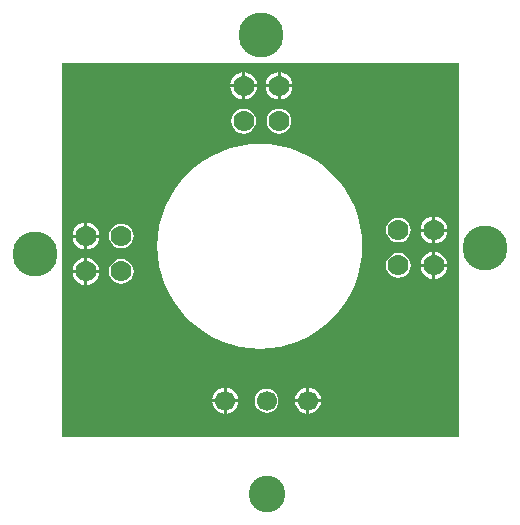
<source format=gbl>
G04*
G04 #@! TF.GenerationSoftware,Altium Limited,Altium Designer,18.1.6 (161)*
G04*
G04 Layer_Physical_Order=2*
G04 Layer_Color=16711680*
%FSLAX44Y44*%
%MOMM*%
G71*
G01*
G75*
%ADD19C,1.7780*%
%ADD20C,3.8100*%
%ADD21C,3.1000*%
%ADD22C,1.7000*%
G36*
X666750Y356870D02*
X330200D01*
Y673100D01*
X666750D01*
Y356870D01*
D02*
G37*
%LPC*%
G36*
X515366Y665371D02*
Y655320D01*
X525417D01*
X525193Y657023D01*
X524045Y659794D01*
X522219Y662173D01*
X519840Y663999D01*
X517069Y665147D01*
X515366Y665371D01*
D02*
G37*
G36*
X485394D02*
Y655320D01*
X495445D01*
X495221Y657023D01*
X494073Y659794D01*
X492247Y662173D01*
X489868Y663999D01*
X487097Y665147D01*
X485394Y665371D01*
D02*
G37*
G36*
X512826D02*
X511123Y665147D01*
X508352Y663999D01*
X505973Y662173D01*
X504147Y659794D01*
X502999Y657023D01*
X502775Y655320D01*
X512826D01*
Y665371D01*
D02*
G37*
G36*
X482854D02*
X481151Y665147D01*
X478380Y663999D01*
X476001Y662173D01*
X474175Y659794D01*
X473027Y657023D01*
X472803Y655320D01*
X482854D01*
Y665371D01*
D02*
G37*
G36*
X525417Y652780D02*
X515366D01*
Y642729D01*
X517069Y642953D01*
X519840Y644101D01*
X522219Y645927D01*
X524045Y648306D01*
X525193Y651077D01*
X525417Y652780D01*
D02*
G37*
G36*
X495445D02*
X485394D01*
Y642729D01*
X487097Y642953D01*
X489868Y644101D01*
X492247Y645927D01*
X494073Y648306D01*
X495221Y651077D01*
X495445Y652780D01*
D02*
G37*
G36*
X512826D02*
X502775D01*
X502999Y651077D01*
X504147Y648306D01*
X505973Y645927D01*
X508352Y644101D01*
X511123Y642953D01*
X512826Y642729D01*
Y652780D01*
D02*
G37*
G36*
X482854D02*
X472803D01*
X473027Y651077D01*
X474175Y648306D01*
X476001Y645927D01*
X478380Y644101D01*
X481151Y642953D01*
X482854Y642729D01*
Y652780D01*
D02*
G37*
G36*
X514096Y634582D02*
X511377Y634224D01*
X508844Y633175D01*
X506669Y631505D01*
X504999Y629330D01*
X503950Y626797D01*
X503592Y624078D01*
X503950Y621359D01*
X504999Y618826D01*
X506669Y616651D01*
X508844Y614981D01*
X511377Y613932D01*
X514096Y613574D01*
X516815Y613932D01*
X519348Y614981D01*
X521523Y616651D01*
X523193Y618826D01*
X524242Y621359D01*
X524600Y624078D01*
X524242Y626797D01*
X523193Y629330D01*
X521523Y631505D01*
X519348Y633175D01*
X516815Y634224D01*
X514096Y634582D01*
D02*
G37*
G36*
X484124D02*
X481405Y634224D01*
X478872Y633175D01*
X476697Y631505D01*
X475027Y629330D01*
X473978Y626797D01*
X473620Y624078D01*
X473978Y621359D01*
X475027Y618826D01*
X476697Y616651D01*
X478872Y614981D01*
X481405Y613932D01*
X484124Y613574D01*
X486843Y613932D01*
X489376Y614981D01*
X491551Y616651D01*
X493221Y618826D01*
X494270Y621359D01*
X494628Y624078D01*
X494270Y626797D01*
X493221Y629330D01*
X491551Y631505D01*
X489376Y633175D01*
X486843Y634224D01*
X484124Y634582D01*
D02*
G37*
G36*
X646430Y543197D02*
Y533146D01*
X656481D01*
X656257Y534849D01*
X655109Y537620D01*
X653283Y539999D01*
X650904Y541825D01*
X648133Y542973D01*
X646430Y543197D01*
D02*
G37*
G36*
X643890D02*
X642187Y542973D01*
X639416Y541825D01*
X637037Y539999D01*
X635211Y537620D01*
X634063Y534849D01*
X633839Y533146D01*
X643890D01*
Y543197D01*
D02*
G37*
G36*
X351790Y538117D02*
Y528066D01*
X361841D01*
X361617Y529769D01*
X360469Y532540D01*
X358643Y534919D01*
X356264Y536745D01*
X353493Y537893D01*
X351790Y538117D01*
D02*
G37*
G36*
X349250D02*
X347547Y537893D01*
X344776Y536745D01*
X342397Y534919D01*
X340571Y532540D01*
X339423Y529769D01*
X339199Y528066D01*
X349250D01*
Y538117D01*
D02*
G37*
G36*
X615188Y542380D02*
X612469Y542022D01*
X609936Y540973D01*
X607761Y539303D01*
X606091Y537128D01*
X605042Y534595D01*
X604684Y531876D01*
X605042Y529157D01*
X606091Y526624D01*
X607761Y524449D01*
X609936Y522779D01*
X612469Y521730D01*
X615188Y521372D01*
X617907Y521730D01*
X620440Y522779D01*
X622615Y524449D01*
X624285Y526624D01*
X625334Y529157D01*
X625692Y531876D01*
X625334Y534595D01*
X624285Y537128D01*
X622615Y539303D01*
X620440Y540973D01*
X617907Y542022D01*
X615188Y542380D01*
D02*
G37*
G36*
X656481Y530606D02*
X646430D01*
Y520555D01*
X648133Y520779D01*
X650904Y521927D01*
X653283Y523753D01*
X655109Y526132D01*
X656257Y528903D01*
X656481Y530606D01*
D02*
G37*
G36*
X643890D02*
X633839D01*
X634063Y528903D01*
X635211Y526132D01*
X637037Y523753D01*
X639416Y521927D01*
X642187Y520779D01*
X643890Y520555D01*
Y530606D01*
D02*
G37*
G36*
X380492Y537300D02*
X377773Y536942D01*
X375240Y535893D01*
X373065Y534223D01*
X371395Y532048D01*
X370346Y529515D01*
X369988Y526796D01*
X370346Y524077D01*
X371395Y521544D01*
X373065Y519369D01*
X375240Y517699D01*
X377773Y516650D01*
X380492Y516292D01*
X383211Y516650D01*
X385744Y517699D01*
X387919Y519369D01*
X389589Y521544D01*
X390638Y524077D01*
X390996Y526796D01*
X390638Y529515D01*
X389589Y532048D01*
X387919Y534223D01*
X385744Y535893D01*
X383211Y536942D01*
X380492Y537300D01*
D02*
G37*
G36*
X361841Y525526D02*
X351790D01*
Y515475D01*
X353493Y515699D01*
X356264Y516847D01*
X358643Y518673D01*
X360469Y521052D01*
X361617Y523823D01*
X361841Y525526D01*
D02*
G37*
G36*
X349250D02*
X339199D01*
X339423Y523823D01*
X340571Y521052D01*
X342397Y518673D01*
X344776Y516847D01*
X347547Y515699D01*
X349250Y515475D01*
Y525526D01*
D02*
G37*
G36*
X646430Y513225D02*
Y503174D01*
X656481D01*
X656257Y504877D01*
X655109Y507648D01*
X653283Y510027D01*
X650904Y511853D01*
X648133Y513001D01*
X646430Y513225D01*
D02*
G37*
G36*
X643890D02*
X642187Y513001D01*
X639416Y511853D01*
X637037Y510027D01*
X635211Y507648D01*
X634063Y504877D01*
X633839Y503174D01*
X643890D01*
Y513225D01*
D02*
G37*
G36*
X351790Y508145D02*
Y498094D01*
X361841D01*
X361617Y499797D01*
X360469Y502568D01*
X358643Y504947D01*
X356264Y506773D01*
X353493Y507921D01*
X351790Y508145D01*
D02*
G37*
G36*
X349250D02*
X347547Y507921D01*
X344776Y506773D01*
X342397Y504947D01*
X340571Y502568D01*
X339423Y499797D01*
X339199Y498094D01*
X349250D01*
Y508145D01*
D02*
G37*
G36*
X615188Y512408D02*
X612469Y512050D01*
X609936Y511001D01*
X607761Y509331D01*
X606091Y507156D01*
X605042Y504623D01*
X604684Y501904D01*
X605042Y499185D01*
X606091Y496652D01*
X607761Y494477D01*
X609936Y492807D01*
X612469Y491758D01*
X615188Y491400D01*
X617907Y491758D01*
X620440Y492807D01*
X622615Y494477D01*
X624285Y496652D01*
X625334Y499185D01*
X625692Y501904D01*
X625334Y504623D01*
X624285Y507156D01*
X622615Y509331D01*
X620440Y511001D01*
X617907Y512050D01*
X615188Y512408D01*
D02*
G37*
G36*
X656481Y500634D02*
X646430D01*
Y490583D01*
X648133Y490807D01*
X650904Y491955D01*
X653283Y493781D01*
X655109Y496160D01*
X656257Y498931D01*
X656481Y500634D01*
D02*
G37*
G36*
X643890D02*
X633839D01*
X634063Y498931D01*
X635211Y496160D01*
X637037Y493781D01*
X639416Y491955D01*
X642187Y490807D01*
X643890Y490583D01*
Y500634D01*
D02*
G37*
G36*
X380492Y507328D02*
X377773Y506970D01*
X375240Y505921D01*
X373065Y504251D01*
X371395Y502076D01*
X370346Y499543D01*
X369988Y496824D01*
X370346Y494105D01*
X371395Y491572D01*
X373065Y489397D01*
X375240Y487727D01*
X377773Y486678D01*
X380492Y486320D01*
X383211Y486678D01*
X385744Y487727D01*
X387919Y489397D01*
X389589Y491572D01*
X390638Y494105D01*
X390996Y496824D01*
X390638Y499543D01*
X389589Y502076D01*
X387919Y504251D01*
X385744Y505921D01*
X383211Y506970D01*
X380492Y507328D01*
D02*
G37*
G36*
X361841Y495554D02*
X351790D01*
Y485503D01*
X353493Y485727D01*
X356264Y486875D01*
X358643Y488701D01*
X360469Y491080D01*
X361617Y493851D01*
X361841Y495554D01*
D02*
G37*
G36*
X349250D02*
X339199D01*
X339423Y493851D01*
X340571Y491080D01*
X342397Y488701D01*
X344776Y486875D01*
X347547Y485727D01*
X349250Y485503D01*
Y495554D01*
D02*
G37*
G36*
X497840Y604878D02*
X489340Y604461D01*
X480922Y603212D01*
X472667Y601144D01*
X464654Y598277D01*
X456961Y594639D01*
X449662Y590264D01*
X442826Y585194D01*
X436521Y579479D01*
X430806Y573174D01*
X425736Y566338D01*
X421361Y559039D01*
X417723Y551346D01*
X414856Y543333D01*
X412788Y535078D01*
X411539Y526660D01*
X411122Y518160D01*
X411539Y509660D01*
X412788Y501242D01*
X414856Y492987D01*
X417723Y484974D01*
X421361Y477281D01*
X425736Y469982D01*
X430806Y463146D01*
X436521Y456841D01*
X442826Y451126D01*
X449662Y446056D01*
X456961Y441681D01*
X464654Y438043D01*
X472667Y435176D01*
X480922Y433108D01*
X489340Y431859D01*
X497840Y431442D01*
X506340Y431859D01*
X514758Y433108D01*
X523013Y435176D01*
X531026Y438043D01*
X538719Y441681D01*
X546018Y446056D01*
X552854Y451126D01*
X559159Y456841D01*
X564874Y463146D01*
X569944Y469982D01*
X574319Y477281D01*
X577957Y484974D01*
X580824Y492987D01*
X582892Y501242D01*
X584141Y509660D01*
X584558Y518160D01*
X584141Y526660D01*
X582892Y535078D01*
X580824Y543333D01*
X577957Y551346D01*
X574319Y559039D01*
X569944Y566338D01*
X564874Y573174D01*
X559159Y579479D01*
X552854Y585194D01*
X546018Y590264D01*
X538719Y594639D01*
X531026Y598277D01*
X523013Y601144D01*
X514758Y603212D01*
X506340Y604461D01*
X497840Y604878D01*
D02*
G37*
G36*
X539750Y398278D02*
Y388620D01*
X549408D01*
X549197Y390222D01*
X548088Y392897D01*
X546325Y395195D01*
X544027Y396959D01*
X541352Y398067D01*
X539750Y398278D01*
D02*
G37*
G36*
X537210D02*
X535608Y398067D01*
X532933Y396959D01*
X530635Y395195D01*
X528871Y392897D01*
X527763Y390222D01*
X527552Y388620D01*
X537210D01*
Y398278D01*
D02*
G37*
G36*
X469750D02*
Y388620D01*
X479408D01*
X479197Y390222D01*
X478088Y392897D01*
X476325Y395195D01*
X474027Y396959D01*
X471352Y398067D01*
X469750Y398278D01*
D02*
G37*
G36*
X467210D02*
X465608Y398067D01*
X462933Y396959D01*
X460635Y395195D01*
X458871Y392897D01*
X457763Y390222D01*
X457552Y388620D01*
X467210D01*
Y398278D01*
D02*
G37*
G36*
X503480Y397461D02*
X500863Y397116D01*
X498425Y396106D01*
X496331Y394499D01*
X494724Y392405D01*
X493714Y389967D01*
X493369Y387350D01*
X493714Y384733D01*
X494724Y382295D01*
X496331Y380201D01*
X498425Y378594D01*
X500863Y377584D01*
X503480Y377239D01*
X506097Y377584D01*
X508535Y378594D01*
X510629Y380201D01*
X512236Y382295D01*
X513246Y384733D01*
X513591Y387350D01*
X513246Y389967D01*
X512236Y392405D01*
X510629Y394499D01*
X508535Y396106D01*
X506097Y397116D01*
X503480Y397461D01*
D02*
G37*
G36*
X549408Y386080D02*
X539750D01*
Y376422D01*
X541352Y376633D01*
X544027Y377742D01*
X546325Y379505D01*
X548088Y381802D01*
X549197Y384478D01*
X549408Y386080D01*
D02*
G37*
G36*
X537210D02*
X527552D01*
X527763Y384478D01*
X528871Y381802D01*
X530635Y379505D01*
X532933Y377742D01*
X535608Y376633D01*
X537210Y376422D01*
Y386080D01*
D02*
G37*
G36*
X479408D02*
X469750D01*
Y376422D01*
X471352Y376633D01*
X474027Y377742D01*
X476325Y379505D01*
X478088Y381802D01*
X479197Y384478D01*
X479408Y386080D01*
D02*
G37*
G36*
X467210D02*
X457552D01*
X457763Y384478D01*
X458871Y381802D01*
X460635Y379505D01*
X462933Y377742D01*
X465608Y376633D01*
X467210Y376422D01*
Y386080D01*
D02*
G37*
%LPD*%
D19*
X615188Y531876D02*
D03*
Y501904D02*
D03*
X645160Y531876D02*
D03*
Y501904D02*
D03*
X380492Y496824D02*
D03*
Y526796D02*
D03*
X350520Y496824D02*
D03*
Y526796D02*
D03*
X484124Y624078D02*
D03*
X514096D02*
D03*
X484124Y654050D02*
D03*
X514096D02*
D03*
D20*
X688340Y516890D02*
D03*
X307340Y511810D02*
D03*
X499110Y697230D02*
D03*
D21*
X503480Y308250D02*
D03*
D22*
X538480Y387350D02*
D03*
X503480D02*
D03*
X468480D02*
D03*
M02*

</source>
